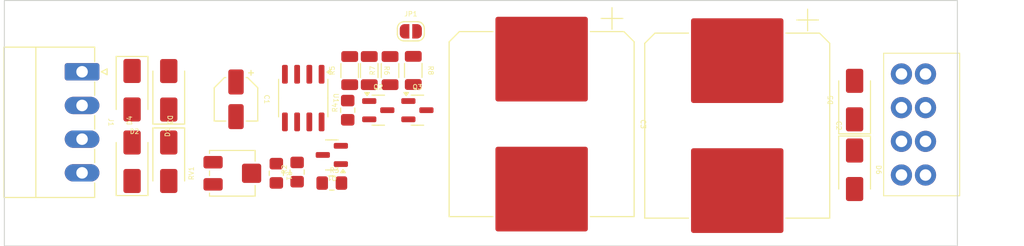
<source format=kicad_pcb>
(kicad_pcb (version 20240108) (generator "pcbnew") (generator_version "8.0")
  (layers (0 "F.Cu" signal) (31 "B.Cu" signal) (34 "B.Paste" user) (35 "F.Paste" user) (36 "B.SilkS" user "B.Silkscreen") (37 "F.SilkS" user "F.Silkscreen") (38 "B.Mask" user) (39 "F.Mask" user) (44 "Edge.Cuts" user))
  (net 0 "")
  (net 1 "Net-(D1-A)")
  (net 2 "GND")
  (net 3 "Net-(Q1-E)")
  (net 4 "/DCC_B")
  (net 5 "/DCC_A")
  (net 6 "Net-(U1A-+)")
  (net 7 "Net-(D5-A)")
  (net 8 "VCC")
  (net 9 "Net-(D3-A)")
  (net 10 "Net-(D5-K)")
  (net 11 "V_OPAMP")
  (net 12 "Net-(Q2-B)")
  (net 13 "Net-(Q2-E)")
  (net 14 "Net-(U1A--)")
  (net 18 "Net-(R5-Pad2)")
  (net 19 "Net-(JP1-A)")
  (net 20 "Net-(R7-Pad2)")
  (footprint "Resistor_SMD:R_1206_3216Metric" (layer "F.Cu") (at 120.904 104.283 -90)
    (property "Reference" "R6" (at 0 -1.82 -90) (layer "F.SilkS") (effects (font (size 0.5 0.5) (thickness 0.075))))
    (property "Value" "1R")
    (fp_line (start -0.727064 0.91) (end 0.727064 0.91) (stroke (width 0.12)) (layer "F.SilkS"))
    (fp_line (start -0.727064 -0.91) (end 0.727064 -0.91) (stroke (width 0.12)) (layer "F.SilkS"))
    (pad "1" smd roundrect (at -1.4625 0 270) (size 1.125 1.75) (layers "F.Cu" "F.Paste" "F.Mask") (roundrect_rratio 0.222222) (net 18 "Net-(R5-Pad2)"))
    (pad "2" smd roundrect (at 1.4625 0 270) (size 1.125 1.75) (layers "F.Cu" "F.Paste" "F.Mask") (roundrect_rratio 0.222222) (net 19 "Net-(JP1-A)"))
  )
  (footprint "Potentiometer_SMD:Potentiometer_Bourns_3314J_Vertical" (layer "F.Cu") (at 106.68 114.951 90)
    (property "Reference" "RV1" (at 0 -4.25 90) (layer "F.SilkS") (effects (font (size 0.5 0.5) (thickness 0.075))))
    (property "Value" "2M")
    (fp_line (start 2.37 -2.37) (end 2.37 2.37) (stroke (width 0.12)) (layer "F.SilkS"))
    (fp_line (start 2.06 -2.37) (end 2.37 -2.37) (stroke (width 0.12)) (layer "F.SilkS"))
    (fp_line (start -0.24 -2.37) (end 0.24 -2.37) (stroke (width 0.12)) (layer "F.SilkS"))
    (fp_line (start -2.37 -2.37) (end -2.06 -2.37) (stroke (width 0.12)) (layer "F.SilkS"))
    (fp_line (start -2.37 -2.37) (end -2.37 2.37) (stroke (width 0.12)) (layer "F.SilkS"))
    (fp_line (start 1.26 2.37) (end 2.37 2.37) (stroke (width 0.12)) (layer "F.SilkS"))
    (fp_line (start -2.37 2.37) (end -1.27 2.37) (stroke (width 0.12)) (layer "F.SilkS"))
    (pad "1" smd roundrect (at -1.15 -2 90) (size 1.3 2) (layers "F.Cu" "F.Paste" "F.Mask") (roundrect_rratio 0.1923076923) (net 8 "VCC"))
    (pad "2" smd roundrect (at 0 2 90) (size 2 2) (layers "F.Cu" "F.Paste" "F.Mask") (roundrect_rratio 0.125) (net 8 "VCC"))
    (pad "3" smd roundrect (at 1.15 -2 90) (size 1.3 2) (layers "F.Cu" "F.Paste" "F.Mask") (roundrect_rratio 0.1923076923) (net 6 "Net-(U1A-+)"))
  )
  (footprint "Resistor_SMD:R_1206_3216Metric" (layer "F.Cu") (at 123.063 104.283 90)
    (property "Reference" "R7" (at 0 -1.82 90) (layer "F.SilkS") (effects (font (size 0.5 0.5) (thickness 0.075))))
    (property "Value" "1R")
    (fp_line (start -0.727064 -0.91) (end 0.727064 -0.91) (stroke (width 0.12)) (layer "F.SilkS"))
    (fp_line (start -0.727064 0.91) (end 0.727064 0.91) (stroke (width 0.12)) (layer "F.SilkS"))
    (pad "1" smd roundrect (at -1.4625 0 90) (size 1.125 1.75) (layers "F.Cu" "F.Paste" "F.Mask") (roundrect_rratio 0.222222) (net 19 "Net-(JP1-A)"))
    (pad "2" smd roundrect (at 1.4625 0 90) (size 1.125 1.75) (layers "F.Cu" "F.Paste" "F.Mask") (roundrect_rratio 0.222222) (net 20 "Net-(R7-Pad2)"))
  )
  (footprint "Resistor_SMD:R_1206_3216Metric" (layer "F.Cu") (at 118.872 104.283 90)
    (property "Reference" "R5" (at 0 -1.82 90) (layer "F.SilkS") (effects (font (size 0.5 0.5) (thickness 0.075))))
    (property "Value" "1R")
    (fp_line (start -0.727064 -0.91) (end 0.727064 -0.91) (stroke (width 0.12)) (layer "F.SilkS"))
    (fp_line (start -0.727064 0.91) (end 0.727064 0.91) (stroke (width 0.12)) (layer "F.SilkS"))
    (pad "1" smd roundrect (at -1.4625 0 90) (size 1.125 1.75) (layers "F.Cu" "F.Paste" "F.Mask") (roundrect_rratio 0.222222) (net 13 "Net-(Q2-E)"))
    (pad "2" smd roundrect (at 1.4625 0 90) (size 1.125 1.75) (layers "F.Cu" "F.Paste" "F.Mask") (roundrect_rratio 0.222222) (net 18 "Net-(R5-Pad2)"))
  )
  (footprint "Package_TO_SOT_SMD:SOT-23" (layer "F.Cu") (at 125.9055 108.397)
    (property "Reference" "Q3" (at 0 -2.4 0) (layer "F.SilkS") (effects (font (size 0.5 0.5) (thickness 0.075))))
    (property "Value" "NPN_TOR")
    (fp_line (start 0 -1.56) (end -0.65 -1.56) (stroke (width 0.12)) (layer "F.SilkS"))
    (fp_line (start 0 -1.56) (end 0.65 -1.56) (stroke (width 0.12)) (layer "F.SilkS"))
    (fp_line (start 0 1.56) (end -0.65 1.56) (stroke (width 0.12)) (layer "F.SilkS"))
    (fp_line (start 0 1.56) (end 0.65 1.56) (stroke (width 0.12)) (layer "F.SilkS"))
    (fp_poly (pts (xy -1.1625 -1.51) (xy -1.4025 -1.84) (xy -0.9225 -1.84) (xy -1.1625 -1.51)) (stroke (width 0.12)) (fill solid) (layer "F.SilkS"))
    (pad "1" smd roundrect (at -0.9375 -0.95) (size 1.475 0.6) (layers "F.Cu" "F.Paste" "F.Mask") (net 13 "Net-(Q2-E)"))
    (pad "2" smd roundrect (at -0.9375 0.95) (size 1.475 0.6) (layers "F.Cu" "F.Paste" "F.Mask") (net 7 "Net-(D5-A)"))
    (pad "3" smd roundrect (at 0.9375 0) (size 1.475 0.6) (layers "F.Cu" "F.Paste" "F.Mask") (net 12 "Net-(Q2-B)"))
  )
  (footprint "Diode_SMD:D_SMA" (layer "F.Cu") (at 100.076 113.752 -90)
    (property "Reference" "D3" (at -4.35 -0.127 -90) (layer "F.SilkS") (effects (font (size 0.5 0.5) (thickness 0.075))))
    (property "Value" "D")
    (fp_line (start -3.51 1.65) (end 2 1.65) (stroke (width 0.12)) (layer "F.SilkS"))
    (fp_line (start -3.51 -1.65) (end -3.51 1.65) (stroke (width 0.12)) (layer "F.SilkS"))
    (fp_line (start -3.51 -1.65) (end 2 -1.65) (stroke (width 0.12)) (layer "F.SilkS"))
    (pad "1" smd roundrect (at -2 0 270) (size 2.5 1.8) (layers "F.Cu" "F.Paste" "F.Mask") (roundrect_rratio 0.1388888889) (net 8 "VCC"))
    (pad "2" smd roundrect (at 2 0 270) (size 2.5 1.8) (layers "F.Cu" "F.Paste" "F.Mask") (roundrect_rratio 0.1388888889) (net 9 "Net-(D3-A)"))
  )
  (footprint "Connector_Phoenix_MC:PhoenixContact_MC_1,5_4-G-3.5_1x04_P3.50mm_Horizontal" (layer "F.Cu") (at 91.0705 104.406 -90)
    (property "Reference" "J1" (at 5.25 -3 -90) (layer "F.SilkS") (effects (font (size 0.5 0.5) (thickness 0.075))))
    (property "Value" "FEMALE")
    (fp_line (start -2.56 8.11) (end 13.06 8.11) (stroke (width 0.12)) (layer "F.SilkS"))
    (fp_line (start 13.06 8.11) (end 13.06 -1.31) (stroke (width 0.12)) (layer "F.SilkS"))
    (fp_line (start -2.56 4.8) (end 13.06 4.8) (stroke (width 0.12)) (layer "F.SilkS"))
    (fp_line (start -2.56 -1.31) (end -2.56 8.11) (stroke (width 0.12)) (layer "F.SilkS"))
    (fp_line (start -2.56 -1.31) (end -1.05 -1.31) (stroke (width 0.12)) (layer "F.SilkS"))
    (fp_line (start 1.05 -1.31) (end 2.45 -1.31) (stroke (width 0.12)) (layer "F.SilkS"))
    (fp_line (start 4.55 -1.31) (end 5.95 -1.31) (stroke (width 0.12)) (layer "F.SilkS"))
    (fp_line (start 8.05 -1.31) (end 9.45 -1.31) (stroke (width 0.12)) (layer "F.SilkS"))
    (fp_line (start 13.06 -1.31) (end 11.55 -1.31) (stroke (width 0.12)) (layer "F.SilkS"))
    (fp_line (start 0 -2) (end -0.3 -2.6) (stroke (width 0.12)) (layer "F.SilkS"))
    (fp_line (start -0.3 -2.6) (end 0.3 -2.6) (stroke (width 0.12)) (layer "F.SilkS"))
    (fp_line (start 0.3 -2.6) (end 0 -2) (stroke (width 0.12)) (layer "F.SilkS"))
    (pad "1" thru_hole roundrect (at 0 0 270) (size 1.8 3.6) (drill 1.2) (layers "*.Cu" "*.Mask") (roundrect_rratio 0.138889) (net 1 "Net-(D1-A)"))
    (pad "2" thru_hole oval (at 3.5 0 270) (size 1.8 3.6) (drill 1.2) (layers "*.Cu" "*.Mask") (net 9 "Net-(D3-A)"))
    (pad "3" thru_hole oval (at 7 0 270) (size 1.8 3.6) (drill 1.2) (layers "*.Cu" "*.Mask") (net 4 "/DCC_B"))
    (pad "4" thru_hole oval (at 10.5 0 270) (size 1.8 3.6) (drill 1.2) (layers "*.Cu" "*.Mask") (net 5 "/DCC_A"))
  )
  (footprint "Capacitor_SMD:CP_Elec_18x17.5" (layer "F.Cu") (at 159.131 110 -90)
    (property "Reference" "C2" (at 0 -10.55 -90) (layer "F.SilkS") (effects (font (size 0.5 0.5) (thickness 0.075))))
    (property "Value" "2200uF")
    (fp_line (start -8.545563 9.61) (end 9.61 9.61) (stroke (width 0.12)) (layer "F.SilkS"))
    (fp_line (start 9.61 9.61) (end 9.61 5.06) (stroke (width 0.12)) (layer "F.SilkS"))
    (fp_line (start -9.61 8.545563) (end -8.545563 9.61) (stroke (width 0.12)) (layer "F.SilkS"))
    (fp_line (start -9.61 8.545563) (end -9.61 5.06) (stroke (width 0.12)) (layer "F.SilkS"))
    (fp_line (start -12.1 -7.31) (end -9.85 -7.31) (stroke (width 0.12)) (layer "F.SilkS"))
    (fp_line (start -10.975 -8.435) (end -10.975 -6.185) (stroke (width 0.12)) (layer "F.SilkS"))
    (fp_line (start -9.61 -8.545563) (end -9.61 -5.06) (stroke (width 0.12)) (layer "F.SilkS"))
    (fp_line (start -9.61 -8.545563) (end -8.545563 -9.61) (stroke (width 0.12)) (layer "F.SilkS"))
    (fp_line (start -8.545563 -9.61) (end 9.61 -9.61) (stroke (width 0.12)) (layer "F.SilkS"))
    (fp_line (start 9.61 -9.61) (end 9.61 -5.06) (stroke (width 0.12)) (layer "F.SilkS"))
    (pad "1" smd roundrect (at -6.75 0 270) (size 8.8 9.6) (layers "F.Cu" "F.Paste" "F.Mask") (roundrect_rratio 0.028409) (net 7 "Net-(D5-A)"))
    (pad "2" smd roundrect (at 6.75 0 270) (size 8.8 9.6) (layers "F.Cu" "F.Paste" "F.Mask") (roundrect_rratio 0.028409) (net 2 "GND"))
  )
  (footprint "Diode_SMD:D_SMA" (layer "F.Cu") (at 171.323 114.588 -90)
    (property "Reference" "D6" (at 0 -2.5 -90) (layer "F.SilkS") (effects (font (size 0.5 0.5) (thickness 0.075))))
    (property "Value" "D")
    (fp_line (start -3.51 1.65) (end 2 1.65) (stroke (width 0.12)) (layer "F.SilkS"))
    (fp_line (start -3.51 -1.65) (end -3.51 1.65) (stroke (width 0.12)) (layer "F.SilkS"))
    (fp_line (start -3.51 -1.65) (end 2 -1.65) (stroke (width 0.12)) (layer "F.SilkS"))
    (pad "1" smd roundrect (at -2 0 270) (size 2.5 1.8) (layers "F.Cu" "F.Paste" "F.Mask") (roundrect_rratio 0.1388888889) (net 10 "Net-(D5-K)"))
    (pad "2" smd roundrect (at 2 0 270) (size 2.5 1.8) (layers "F.Cu" "F.Paste" "F.Mask") (roundrect_rratio 0.1388888889) (net 2 "GND"))
  )
  (footprint "custom_kicad_lib_sk:R_0805_handsolder-smalltext" (layer "F.Cu") (at 117.0155 115.967)
    (property "Reference" "R3" (at 0.275 -1.325 0) (layer "F.SilkS") (effects (font (size 0.5 0.5) (thickness 0.075))))
    (property "Value" "10k")
    (fp_line (start -0.227064 -0.735) (end 0.227064 -0.735) (stroke (width 0.12)) (layer "F.SilkS"))
    (fp_line (start -0.227064 0.735) (end 0.227064 0.735) (stroke (width 0.12)) (layer "F.SilkS"))
    (pad "1" smd roundrect (at -1 0) (size 1.2 1.4) (layers "F.Cu" "F.Paste" "F.Mask") (roundrect_rratio 0.208333) (net 8 "VCC"))
    (pad "2" smd roundrect (at 1 0) (size 1.2 1.4) (layers "F.Cu" "F.Paste" "F.Mask") (roundrect_rratio 0.208333) (net 11 "V_OPAMP"))
  )
  (footprint "Diode_SMD:D_SMA" (layer "F.Cu") (at 96.266 113.752 90)
    (property "Reference" "D4" (at 4.286 -0.254 90) (layer "F.SilkS") (effects (font (size 0.5 0.5) (thickness 0.075))))
    (property "Value" "D")
    (fp_line (start -3.51 -1.65) (end 2 -1.65) (stroke (width 0.12)) (layer "F.SilkS"))
    (fp_line (start -3.51 -1.65) (end -3.51 1.65) (stroke (width 0.12)) (layer "F.SilkS"))
    (fp_line (start -3.51 1.65) (end 2 1.65) (stroke (width 0.12)) (layer "F.SilkS"))
    (pad "1" smd roundrect (at -2 0 90) (size 2.5 1.8) (layers "F.Cu" "F.Paste" "F.Mask") (roundrect_rratio 0.1388888889) (net 9 "Net-(D3-A)"))
    (pad "2" smd roundrect (at 2 0 90) (size 2.5 1.8) (layers "F.Cu" "F.Paste" "F.Mask") (roundrect_rratio 0.1388888889) (net 2 "GND"))
  )
  (footprint "Diode_SMD:D_SMA" (layer "F.Cu") (at 96.266 106.323 -90)
    (property "Reference" "D2" (at 4.286 -0.254 0) (layer "F.SilkS") (effects (font (size 0.5 0.5) (thickness 0.075))))
    (property "Value" "D")
    (fp_line (start -3.51 1.65) (end 2 1.65) (stroke (width 0.12)) (layer "F.SilkS"))
    (fp_line (start -3.51 -1.65) (end -3.51 1.65) (stroke (width 0.12)) (layer "F.SilkS"))
    (fp_line (start -3.51 -1.65) (end 2 -1.65) (stroke (width 0.12)) (layer "F.SilkS"))
    (pad "1" smd roundrect (at -2 0 270) (size 2.5 1.8) (layers "F.Cu" "F.Paste" "F.Mask") (roundrect_rratio 0.1388888889) (net 1 "Net-(D1-A)"))
    (pad "2" smd roundrect (at 2 0 270) (size 2.5 1.8) (layers "F.Cu" "F.Paste" "F.Mask") (roundrect_rratio 0.1388888889) (net 2 "GND"))
  )
  (footprint "Package_SO:SOIC-8_3.9x4.9mm_P1.27mm" (layer "F.Cu") (at 114.046 107.139 -90)
    (property "Reference" "U1" (at 0 -3.4 -90) (layer "F.SilkS") (effects (font (size 0.5 0.5) (thickness 0.075))))
    (property "Value" "LMV358")
    (fp_line (start 0 2.56) (end -1.95 2.56) (stroke (width 0.12)) (layer "F.SilkS"))
    (fp_line (start 0 2.56) (end 1.95 2.56) (stroke (width 0.12)) (layer "F.SilkS"))
    (fp_line (start 0 -2.56) (end -1.95 -2.56) (stroke (width 0.12)) (layer "F.SilkS"))
    (fp_line (start 0 -2.56) (end 1.95 -2.56) (stroke (width 0.12)) (layer "F.SilkS"))
    (fp_poly (pts (xy -2.7 -2.465) (xy -2.94 -2.795) (xy -2.46 -2.795) (xy -2.7 -2.465)) (stroke (width 0.12)) (fill solid) (layer "F.SilkS"))
    (pad "1" smd roundrect (at -2.475 -1.905 270) (size 1.95 0.6) (layers "F.Cu" "F.Paste" "F.Mask") (net 11 "V_OPAMP"))
    (pad "2" smd roundrect (at -2.475 -0.635 270) (size 1.95 0.6) (layers "F.Cu" "F.Paste" "F.Mask") (net 14 "Net-(U1A--)"))
    (pad "3" smd roundrect (at -2.475 0.635 270) (size 1.95 0.6) (layers "F.Cu" "F.Paste" "F.Mask") (net 6 "Net-(U1A-+)"))
    (pad "4" smd roundrect (at -2.475 1.905 270) (size 1.95 0.6) (layers "F.Cu" "F.Paste" "F.Mask") (net 2 "GND"))
    (pad "5" smd roundrect (at 2.475 1.905 270) (size 1.95 0.6) (layers "F.Cu" "F.Paste" "F.Mask"))
    (pad "6" smd roundrect (at 2.475 0.635 270) (size 1.95 0.6) (layers "F.Cu" "F.Paste" "F.Mask"))
    (pad "7" smd roundrect (at 2.475 -0.635 270) (size 1.95 0.6) (layers "F.Cu" "F.Paste" "F.Mask"))
    (pad "8" smd roundrect (at 2.475 -1.905 270) (size 1.95 0.6) (layers "F.Cu" "F.Paste" "F.Mask") (net 8 "VCC"))
  )
  (footprint "Capacitor_SMD:CP_Elec_4x5.8" (layer "F.Cu") (at 107.061 107.266 -90)
    (property "Reference" "C1" (at 0 -3.2 -90) (layer "F.SilkS") (effects (font (size 0.5 0.5) (thickness 0.075))))
    (property "Value" "6.8uF")
    (fp_line (start -1.195563 2.26) (end 2.26 2.26) (stroke (width 0.12)) (layer "F.SilkS"))
    (fp_line (start 2.26 2.26) (end 2.26 1.06) (stroke (width 0.12)) (layer "F.SilkS"))
    (fp_line (start -2.26 1.195563) (end -1.195563 2.26) (stroke (width 0.12)) (layer "F.SilkS"))
    (fp_line (start -2.26 1.195563) (end -2.26 1.06) (stroke (width 0.12)) (layer "F.SilkS"))
    (fp_line (start -2.26 -1.195563) (end -2.26 -1.06) (stroke (width 0.12)) (layer "F.SilkS"))
    (fp_line (start -2.26 -1.195563) (end -1.195563 -2.26) (stroke (width 0.12)) (layer "F.SilkS"))
    (fp_line (start -3 -1.56) (end -2.5 -1.56) (stroke (width 0.12)) (layer "F.SilkS"))
    (fp_line (start -2.75 -1.81) (end -2.75 -1.31) (stroke (width 0.12)) (layer "F.SilkS"))
    (fp_line (start -1.195563 -2.26) (end 2.26 -2.26) (stroke (width 0.12)) (layer "F.SilkS"))
    (fp_line (start 2.26 -2.26) (end 2.26 -1.06) (stroke (width 0.12)) (layer "F.SilkS"))
    (pad "1" smd roundrect (at -1.8 0 270) (size 2.6 1.6) (layers "F.Cu" "F.Paste" "F.Mask") (roundrect_rratio 0.15625) (net 6 "Net-(U1A-+)"))
    (pad "2" smd roundrect (at 1.8 0 270) (size 2.6 1.6) (layers "F.Cu" "F.Paste" "F.Mask") (roundrect_rratio 0.15625) (net 2 "GND"))
  )
  (footprint "Diode_SMD:D_SMA" (layer "F.Cu") (at 171.323 107.347 90)
    (property "Reference" "D5" (at 0 -2.5 90) (layer "F.SilkS") (effects (font (size 0.5 0.5) (thickness 0.075))))
    (property "Value" "D")
    (fp_line (start -3.51 -1.65) (end 2 -1.65) (stroke (width 0.12)) (layer "F.SilkS"))
    (fp_line (start -3.51 -1.65) (end -3.51 1.65) (stroke (width 0.12)) (layer "F.SilkS"))
    (fp_line (start -3.51 1.65) (end 2 1.65) (stroke (width 0.12)) (layer "F.SilkS"))
    (pad "1" smd roundrect (at -2 0 90) (size 2.5 1.8) (layers "F.Cu" "F.Paste" "F.Mask") (roundrect_rratio 0.1388888889) (net 10 "Net-(D5-K)"))
    (pad "2" smd roundrect (at 2 0 90) (size 2.5 1.8) (layers "F.Cu" "F.Paste" "F.Mask") (roundrect_rratio 0.1388888889) (net 7 "Net-(D5-A)"))
  )
  (footprint "Package_TO_SOT_SMD:SOT-23" (layer "F.Cu") (at 117.0155 113.046 180)
    (property "Reference" "Q1" (at 0 -2.4 180) (layer "F.SilkS") (effects (font (size 0.5 0.5) (thickness 0.075))))
    (property "Value" "NPN_TOR")
    (fp_line (start 0 1.56) (end 0.65 1.56) (stroke (width 0.12)) (layer "F.SilkS"))
    (fp_line (start 0 1.56) (end -0.65 1.56) (stroke (width 0.12)) (layer "F.SilkS"))
    (fp_line (start 0 -1.56) (end 0.65 -1.56) (stroke (width 0.12)) (layer "F.SilkS"))
    (fp_line (start 0 -1.56) (end -0.65 -1.56) (stroke (width 0.12)) (layer "F.SilkS"))
    (fp_poly (pts (xy -1.1625 -1.51) (xy -1.4025 -1.84) (xy -0.9225 -1.84) (xy -1.1625 -1.51)) (stroke (width 0.12)) (fill solid) (layer "F.SilkS"))
    (pad "1" smd roundrect (at -0.9375 -0.95 180) (size 1.475 0.6) (layers "F.Cu" "F.Paste" "F.Mask") (net 11 "V_OPAMP"))
    (pad "2" smd roundrect (at -0.9375 0.95 180) (size 1.475 0.6) (layers "F.Cu" "F.Paste" "F.Mask") (net 3 "Net-(Q1-E)"))
    (pad "3" smd roundrect (at 0.9375 0 180) (size 1.475 0.6) (layers "F.Cu" "F.Paste" "F.Mask") (net 8 "VCC"))
  )
  (footprint "custom_kicad_lib_sk:R_0805_handsolder-smalltext" (layer "F.Cu") (at 118.6665 108.397 90)
    (property "Reference" "R4" (at 0.275 -1.325 90) (layer "F.SilkS") (effects (font (size 0.5 0.5) (thickness 0.075))))
    (property "Value" "1k")
    (fp_line (start -0.227064 -0.735) (end 0.227064 -0.735) (stroke (width 0.12)) (layer "F.SilkS"))
    (fp_line (start -0.227064 0.735) (end 0.227064 0.735) (stroke (width 0.12)) (layer "F.SilkS"))
    (pad "1" smd roundrect (at -1 0 90) (size 1.2 1.4) (layers "F.Cu" "F.Paste" "F.Mask") (roundrect_rratio 0.208333) (net 3 "Net-(Q1-E)"))
    (pad "2" smd roundrect (at 1 0 90) (size 1.2 1.4) (layers "F.Cu" "F.Paste" "F.Mask") (roundrect_rratio 0.208333) (net 12 "Net-(Q2-B)"))
  )
  (footprint "Package_TO_SOT_SMD:SOT-23" (layer "F.Cu") (at 121.8415 108.397)
    (property "Reference" "Q2" (at 0 -2.4 0) (layer "F.SilkS") (effects (font (size 0.5 0.5) (thickness 0.075))))
    (property "Value" "NPN_TOR")
    (fp_line (start 0 -1.56) (end -0.65 -1.56) (stroke (width 0.12)) (layer "F.SilkS"))
    (fp_line (start 0 -1.56) (end 0.65 -1.56) (stroke (width 0.12)) (layer "F.SilkS"))
    (fp_line (start 0 1.56) (end -0.65 1.56) (stroke (width 0.12)) (layer "F.SilkS"))
    (fp_line (start 0 1.56) (end 0.65 1.56) (stroke (width 0.12)) (layer "F.SilkS"))
    (fp_poly (pts (xy -1.1625 -1.51) (xy -1.4025 -1.84) (xy -0.9225 -1.84) (xy -1.1625 -1.51)) (stroke (width 0.12)) (fill solid) (layer "F.SilkS"))
    (pad "1" smd roundrect (at -0.9375 -0.95) (size 1.475 0.6) (layers "F.Cu" "F.Paste" "F.Mask") (net 12 "Net-(Q2-B)"))
    (pad "2" smd roundrect (at -0.9375 0.95) (size 1.475 0.6) (layers "F.Cu" "F.Paste" "F.Mask") (net 13 "Net-(Q2-E)"))
    (pad "3" smd roundrect (at 0.9375 0) (size 1.475 0.6) (layers "F.Cu" "F.Paste" "F.Mask") (net 3 "Net-(Q1-E)"))
  )
  (footprint "Jumper:SolderJumper-2_P1.3mm_Open_RoundedPad1.0x1.5mm" (layer "F.Cu") (at 125.222 100.203)
    (property "Reference" "JP1" (at 0 -1.8 0) (layer "F.SilkS") (effects (font (size 0.5 0.5) (thickness 0.075))))
    (property "Value" "Jumper_2_Open")
    (fp_line (start -1.4 0.3) (end -1.4 -0.3) (stroke (width 0.12)) (layer "F.SilkS"))
    (fp_line (start -0.7 -1) (end 0.7 -1) (stroke (width 0.12)) (layer "F.SilkS"))
    (fp_line (start 0.7 1) (end -0.7 1) (stroke (width 0.12)) (layer "F.SilkS"))
    (fp_line (start 1.4 -0.3) (end 1.4 0.3) (stroke (width 0.12)) (layer "F.SilkS"))
    (fp_arc (start -1.4 -0.3) (mid -1.194975 -0.794975) (end -0.7 -1) (stroke (width 0.12)) (layer "F.SilkS"))
    (fp_arc (start -0.7 1) (mid -1.194975 0.794975) (end -1.4 0.3) (stroke (width 0.12)) (layer "F.SilkS"))
    (fp_arc (start 0.7 -1) (mid 1.194975 -0.794975) (end 1.4 -0.3) (stroke (width 0.12)) (layer "F.SilkS"))
    (fp_arc (start 1.4 0.3) (mid 1.194975 0.794975) (end 0.7 1) (stroke (width 0.12)) (layer "F.SilkS"))
    (pad "1" smd custom (at -0.65 0) (size 1 0.5) (layers "F.Cu" "F.Mask") (net 19 "Net-(JP1-A)") (options (clearance outline) (anchor rect)) (primitives (gr_circle (center 0 0.25) (end 0.5 0.25) (width 0) (fill yes)) (gr_circle (center 0 -0.25) (end 0.5 -0.25) (width 0) (fill yes)) (gr_poly (pts (xy 0.5 0.75) (xy 0 0.75) (xy 0 -0.75) (xy 0.5 -0.75)) (width 0) (fill yes))))
    (pad "2" smd custom (at 0.65 0) (size 1 0.5) (layers "F.Cu" "F.Mask") (net 7 "Net-(D5-A)") (options (clearance outline) (anchor rect)) (primitives (gr_circle (center 0 0.25) (end 0.5 0.25) (width 0) (fill yes)) (gr_circle (center 0 -0.25) (end 0.5 -0.25) (width 0) (fill yes)) (gr_poly (pts (xy 0 0.75) (xy -0.5 0.75) (xy -0.5 -0.75) (xy 0 -0.75)) (width 0) (fill yes))))
  )
  (footprint "custom_kicad_lib_sk:R_0805_handsolder-smalltext" (layer "F.Cu") (at 113.411 114.824 90)
    (property "Reference" "R2" (at 0.275 -1.325 90) (layer "F.SilkS") (effects (font (size 0.5 0.5) (thickness 0.075))))
    (property "Value" "10k")
    (fp_line (start -0.227064 -0.735) (end 0.227064 -0.735) (stroke (width 0.12)) (layer "F.SilkS"))
    (fp_line (start -0.227064 0.735) (end 0.227064 0.735) (stroke (width 0.12)) (layer "F.SilkS"))
    (pad "1" smd roundrect (at -1 0 90) (size 1.2 1.4) (layers "F.Cu" "F.Paste" "F.Mask") (roundrect_rratio 0.208333) (net 2 "GND"))
    (pad "2" smd roundrect (at 1 0 90) (size 1.2 1.4) (layers "F.Cu" "F.Paste" "F.Mask") (roundrect_rratio 0.208333) (net 14 "Net-(U1A--)"))
  )
  (footprint "custom_kicad_lib_sk:R_0805_handsolder-smalltext" (layer "F.Cu") (at 111.252 114.951 -90)
    (property "Reference" "R1" (at 0.275 -1.325 -90) (layer "F.SilkS") (effects (font (size 0.5 0.5) (thickness 0.075))))
    (property "Value" "10k")
    (fp_line (start -0.227064 0.735) (end 0.227064 0.735) (stroke (width 0.12)) (layer "F.SilkS"))
    (fp_line (start -0.227064 -0.735) (end 0.227064 -0.735) (stroke (width 0.12)) (layer "F.SilkS"))
    (pad "1" smd roundrect (at -1 0 270) (size 1.2 1.4) (layers "F.Cu" "F.Paste" "F.Mask") (roundrect_rratio 0.208333) (net 14 "Net-(U1A--)"))
    (pad "2" smd roundrect (at 1 0 270) (size 1.2 1.4) (layers "F.Cu" "F.Paste" "F.Mask") (roundrect_rratio 0.208333) (net 8 "VCC"))
  )
  (footprint "Capacitor_SMD:CP_Elec_18x17.5" (layer "F.Cu") (at 138.811 109.8415 -90)
    (property "Reference" "C3" (at 0 -10.55 -90) (layer "F.SilkS") (effects (font (size 0.5 0.5) (thickness 0.075))))
    (property "Value" "2200uF")
    (fp_line (start -8.545563 9.61) (end 9.61 9.61) (stroke (width 0.12)) (layer "F.SilkS"))
    (fp_line (start 9.61 9.61) (end 9.61 5.06) (stroke (width 0.12)) (layer "F.SilkS"))
    (fp_line (start -9.61 8.545563) (end -8.545563 9.61) (stroke (width 0.12)) (layer "F.SilkS"))
    (fp_line (start -9.61 8.545563) (end -9.61 5.06) (stroke (width 0.12)) (layer "F.SilkS"))
    (fp_line (start -12.1 -7.31) (end -9.85 -7.31) (stroke (width 0.12)) (layer "F.SilkS"))
    (fp_line (start -10.975 -8.435) (end -10.975 -6.185) (stroke (width 0.12)) (layer "F.SilkS"))
    (fp_line (start -9.61 -8.545563) (end -9.61 -5.06) (stroke (width 0.12)) (layer "F.SilkS"))
    (fp_line (start -9.61 -8.545563) (end -8.545563 -9.61) (stroke (width 0.12)) (layer "F.SilkS"))
    (fp_line (start -8.545563 -9.61) (end 9.61 -9.61) (stroke (width 0.12)) (layer "F.SilkS"))
    (fp_line (start 9.61 -9.61) (end 9.61 -5.06) (stroke (width 0.12)) (layer "F.SilkS"))
    (pad "1" smd roundrect (at -6.75 0 270) (size 8.8 9.6) (layers "F.Cu" "F.Paste" "F.Mask") (roundrect_rratio 0.028409) (net 7 "Net-(D5-A)"))
    (pad "2" smd roundrect (at 6.75 0 270) (size 8.8 9.6) (layers "F.Cu" "F.Paste" "F.Mask") (roundrect_rratio 0.028409) (net 2 "GND"))
  )
  (footprint "Resistor_SMD:R_1206_3216Metric" (layer "F.Cu") (at 125.476 104.267 -90)
    (property "Reference" "R8" (at 0 -1.82 -90) (layer "F.SilkS") (effects (font (size 0.5 0.5) (thickness 0.075))))
    (property "Value" "1R")
    (fp_line (start -0.727064 0.91) (end 0.727064 0.91) (stroke (width 0.12)) (layer "F.SilkS"))
    (fp_line (start -0.727064 -0.91) (end 0.727064 -0.91) (stroke (width 0.12)) (layer "F.SilkS"))
    (pad "1" smd roundrect (at -1.4625 0 270) (size 1.125 1.75) (layers "F.Cu" "F.Paste" "F.Mask") (roundrect_rratio 0.222222) (net 20 "Net-(R7-Pad2)"))
    (pad "2" smd roundrect (at 1.4625 0 270) (size 1.125 1.75) (layers "F.Cu" "F.Paste" "F.Mask") (roundrect_rratio 0.222222) (net 7 "Net-(D5-A)"))
  )
  (footprint "custom_kicad_lib_sk:connector_3.50mm_4P horizontal_MALE" (layer "F.Cu") (at 176.189 109.883 90)
    (property "Reference" "J2" (hide yes))
    (property "Value" "MALE" (hide yes))
    (fp_line (start 7.4 -1.85) (end 7.4 6.05) (stroke (width 0.1)) (layer "F.SilkS"))
    (fp_line (start -7.4 -1.85) (end 7.4 -1.85) (stroke (width 0.1)) (layer "F.SilkS"))
    (fp_line (start -7.4 -1.85) (end -7.4 6.05) (stroke (width 0.1)) (layer "F.SilkS"))
    (fp_line (start 7.4 6.05) (end -7.4 6.05) (stroke (width 0.1)) (layer "F.SilkS"))
    (pad "1" thru_hole circle (at 5.25 0 90) (size 2.2 2.2) (drill 1.2) (layers "*.Cu" "*.Mask") (net 2 "GND"))
    (pad "1" thru_hole circle (at 5.25 2.5 90) (size 2.2 2.2) (drill 1.2) (layers "*.Cu" "*.Mask") (net 2 "GND"))
    (pad "2" thru_hole circle (at 1.75 0 90) (size 2.2 2.2) (drill 1.2) (layers "*.Cu" "*.Mask") (net 10 "Net-(D5-K)"))
    (pad "2" thru_hole circle (at 1.75 2.5 90) (size 2.2 2.2) (drill 1.2) (layers "*.Cu" "*.Mask") (net 10 "Net-(D5-K)"))
    (pad "3" thru_hole circle (at -1.75 0 90) (size 2.2 2.2) (drill 1.2) (layers "*.Cu" "*.Mask") (net 4 "/DCC_B"))
    (pad "3" thru_hole circle (at -1.75 2.5 90) (size 2.2 2.2) (drill 1.2) (layers "*.Cu" "*.Mask") (net 4 "/DCC_B"))
    (pad "4" thru_hole circle (at -5.25 0 90) (size 2.2 2.2) (drill 1.2) (layers "*.Cu" "*.Mask") (net 5 "/DCC_A"))
    (pad "4" thru_hole circle (at -5.25 2.5 90) (size 2.2 2.2) (drill 1.2) (layers "*.Cu" "*.Mask") (net 5 "/DCC_A"))
  )
  (footprint "Diode_SMD:D_SMA" (layer "F.Cu") (at 100.076 106.331 90)
    (property "Reference" "D1" (at -4.35 -0.127 90) (layer "F.SilkS") (effects (font (size 0.5 0.5) (thickness 0.075))))
    (property "Value" "D")
    (fp_line (start -3.51 -1.65) (end 2 -1.65) (stroke (width 0.12)) (layer "F.SilkS"))
    (fp_line (start -3.51 -1.65) (end -3.51 1.65) (stroke (width 0.12)) (layer "F.SilkS"))
    (fp_line (start -3.51 1.65) (end 2 1.65) (stroke (width 0.12)) (layer "F.SilkS"))
    (pad "1" smd roundrect (at -2 0 90) (size 2.5 1.8) (layers "F.Cu" "F.Paste" "F.Mask") (roundrect_rratio 0.1388888889) (net 8 "VCC"))
    (pad "2" smd roundrect (at 2 0 90) (size 2.5 1.8) (layers "F.Cu" "F.Paste" "F.Mask") (roundrect_rratio 0.1388888889) (net 1 "Net-(D1-A)"))
  )
  (gr_rect (start 83 97) (end 182 122.5) (stroke (width 0.1)) (fill none) (layer "Edge.Cuts"))
)
</source>
